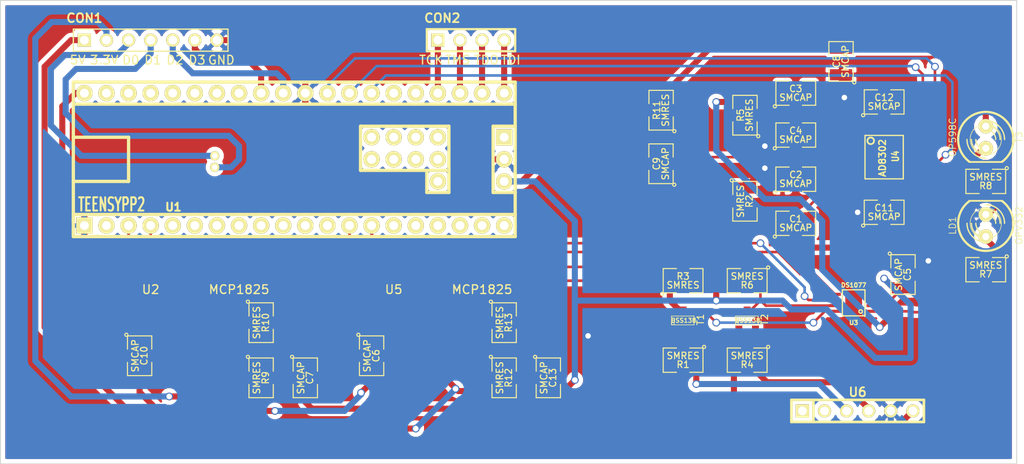
<source format=kicad_pcb>
(kicad_pcb (version 3) (host pcbnew "(2013-07-07 BZR 4022)-stable")
  (layers (15 F.Cu signal) (0 B.Cu signal) (18 B.Paste user) (19 F.Paste user) (20 B.SilkS user) (21 F.SilkS user) (22 B.Mask user) (23 F.Mask user) (28 Edge.Cuts user))
  (net 0 "")
  (net 1 /ad8302_inpa)
  (net 2 /ad8302_inpb)
  (net 3 /ad8302_mag)
  (net 4 /ad8302_ofsa)
  (net 5 /ad8302_ofsb)
  (net 6 /ad8302_phs)
  (net 7 /ad8302_vpos)
  (net 8 /ad8302_vref)
  (net 9 /encoder-interface-0)
  (net 10 /encoder-interface-1)
  (net 11 /encoder-interface-2)
  (net 12 /encoder-interface-3)
  (net 13 /jtag_tck)
  (net 14 /jtag_tdi)
  (net 15 /jtag_tdo)
  (net 16 /jtag_tms)
  (net 17 /laser_drive_sig)
  (net 18 /mod_sig_1)
  (net 19 /osc_ctrl0)
  (net 20 /osc_ctrl1)
  (net 21 /regulator_3.3V)
  (net 22 /regulator_5V)
  (net 23 /return_sig)
  (net 24 /teensy_5V)
  (net 25 /twi_scl_3.3V)
  (net 26 /twi_scl_5V)
  (net 27 /twi_sda_3.3V)
  (net 28 /twi_sda_5V)
  (net 29 GND)
  (net 30 N-0000010)
  (net 31 N-0000011)
  (net 32 N-0000012)
  (net 33 N-0000013)
  (net 34 N-000009)
  (module TEENSYPP2 (layer F.Cu) (at 198.882 114.808)
    (fp_text reference U1 (at -13.89888 5.4991) (layer F.SilkS) (effects (font (size 0.9144 0.9144) (thickness 0.2286))))
    (fp_text value TEENSYPP2 (at -21.00072 5.19938) (layer F.SilkS) (effects (font (size 1.524 0.9144) (thickness 0.2286))))
    (pad 52 thru_hole circle (at -24.13 -7.62) (size 1.8796 1.8796) (drill 1.016) (layers *.Cu *.Mask F.SilkS) (net 24 /teensy_5V))
    (pad 51 thru_hole circle (at -21.59 -7.62) (size 1.8796 1.8796) (drill 1.016) (layers *.Cu *.Mask F.SilkS))
    (pad 50 thru_hole circle (at -19.05 -7.62) (size 1.8796 1.8796) (drill 1.016) (layers *.Cu *.Mask F.SilkS))
    (pad 49 thru_hole circle (at -16.51 -7.62) (size 1.8796 1.8796) (drill 1.016) (layers *.Cu *.Mask F.SilkS))
    (pad 48 thru_hole circle (at -13.97 -7.62) (size 1.8796 1.8796) (drill 1.016) (layers *.Cu *.Mask F.SilkS))
    (pad 47 thru_hole circle (at -11.43 -7.62) (size 1.8796 1.8796) (drill 1.016) (layers *.Cu *.Mask F.SilkS))
    (pad 46 thru_hole circle (at -8.89 -7.62) (size 1.8796 1.8796) (drill 1.016) (layers *.Cu *.Mask F.SilkS))
    (pad 45 thru_hole circle (at -6.35 -7.62) (size 1.8796 1.8796) (drill 1.016) (layers *.Cu *.Mask F.SilkS))
    (pad 44 thru_hole circle (at -3.81 -7.62) (size 1.8796 1.8796) (drill 1.016) (layers *.Cu *.Mask F.SilkS) (net 12 /encoder-interface-3))
    (pad 43 thru_hole circle (at -1.27 -7.62) (size 1.8796 1.8796) (drill 1.016) (layers *.Cu *.Mask F.SilkS) (net 11 /encoder-interface-2))
    (pad 42 thru_hole circle (at 1.27 -7.62) (size 1.8796 1.8796) (drill 1.016) (layers *.Cu *.Mask F.SilkS) (net 29 GND))
    (pad 41 thru_hole circle (at 3.81 -7.62) (size 1.8796 1.8796) (drill 1.016) (layers *.Cu *.Mask F.SilkS) (net 8 /ad8302_vref))
    (pad 40 thru_hole circle (at 6.35 -7.62) (size 1.8796 1.8796) (drill 1.016) (layers *.Cu *.Mask F.SilkS) (net 3 /ad8302_mag))
    (pad 39 thru_hole circle (at 8.89 -7.62) (size 1.8796 1.8796) (drill 1.016) (layers *.Cu *.Mask F.SilkS) (net 6 /ad8302_phs))
    (pad 38 thru_hole circle (at 11.43 -7.62) (size 1.8796 1.8796) (drill 1.016) (layers *.Cu *.Mask F.SilkS))
    (pad 37 thru_hole circle (at 13.97 -7.62) (size 1.8796 1.8796) (drill 1.016) (layers *.Cu *.Mask F.SilkS))
    (pad 36 thru_hole circle (at 16.51 -7.62) (size 1.8796 1.8796) (drill 1.016) (layers *.Cu *.Mask F.SilkS) (net 13 /jtag_tck))
    (pad 35 thru_hole circle (at 19.05 -7.62) (size 1.8796 1.8796) (drill 1.016) (layers *.Cu *.Mask F.SilkS) (net 16 /jtag_tms))
    (pad 34 thru_hole circle (at 21.59 -7.62) (size 1.8796 1.8796) (drill 1.016) (layers *.Cu *.Mask F.SilkS) (net 15 /jtag_tdo))
    (pad 33 thru_hole circle (at 24.13 -7.62) (size 1.8796 1.8796) (drill 1.016) (layers *.Cu *.Mask F.SilkS) (net 14 /jtag_tdi))
    (pad 20 thru_hole circle (at 24.13 7.62) (size 1.8796 1.8796) (drill 1.016) (layers *.Cu *.Mask F.SilkS))
    (pad 19 thru_hole circle (at 21.59 7.62) (size 1.8796 1.8796) (drill 1.016) (layers *.Cu *.Mask F.SilkS))
    (pad 18 thru_hole circle (at 19.05 7.62) (size 1.8796 1.8796) (drill 1.016) (layers *.Cu *.Mask F.SilkS))
    (pad 17 thru_hole circle (at 16.51 7.62) (size 1.8796 1.8796) (drill 1.016) (layers *.Cu *.Mask F.SilkS))
    (pad 16 thru_hole circle (at 13.97 7.62) (size 1.8796 1.8796) (drill 1.016) (layers *.Cu *.Mask F.SilkS))
    (pad 15 thru_hole circle (at 11.43 7.62) (size 1.8796 1.8796) (drill 1.016) (layers *.Cu *.Mask F.SilkS))
    (pad 14 thru_hole circle (at 8.89 7.62) (size 1.8796 1.8796) (drill 1.016) (layers *.Cu *.Mask F.SilkS) (net 20 /osc_ctrl1))
    (pad 13 thru_hole circle (at 6.35 7.62) (size 1.8796 1.8796) (drill 1.016) (layers *.Cu *.Mask F.SilkS) (net 19 /osc_ctrl0))
    (pad 12 thru_hole circle (at 3.81 7.62) (size 1.8796 1.8796) (drill 1.016) (layers *.Cu *.Mask F.SilkS))
    (pad 11 thru_hole circle (at 1.27 7.62) (size 1.8796 1.8796) (drill 1.016) (layers *.Cu *.Mask F.SilkS))
    (pad 10 thru_hole circle (at -1.27 7.62) (size 1.8796 1.8796) (drill 1.016) (layers *.Cu *.Mask F.SilkS))
    (pad 9 thru_hole circle (at -3.81 7.62) (size 1.8796 1.8796) (drill 1.016) (layers *.Cu *.Mask F.SilkS))
    (pad 8 thru_hole circle (at -6.35 7.62) (size 1.8796 1.8796) (drill 1.016) (layers *.Cu *.Mask F.SilkS))
    (pad 7 thru_hole circle (at -8.89 7.62) (size 1.8796 1.8796) (drill 1.016) (layers *.Cu *.Mask F.SilkS))
    (pad 6 thru_hole circle (at -11.43 7.62) (size 1.8796 1.8796) (drill 1.016) (layers *.Cu *.Mask F.SilkS))
    (pad 5 thru_hole circle (at -13.97 7.62) (size 1.8796 1.8796) (drill 1.016) (layers *.Cu *.Mask F.SilkS))
    (pad 4 thru_hole circle (at -16.51 7.62) (size 1.8796 1.8796) (drill 1.016) (layers *.Cu *.Mask F.SilkS) (net 28 /twi_sda_5V))
    (pad 3 thru_hole circle (at -19.05 7.62) (size 1.8796 1.8796) (drill 1.016) (layers *.Cu *.Mask F.SilkS) (net 26 /twi_scl_5V))
    (pad 2 thru_hole circle (at -21.59 7.62) (size 1.8796 1.8796) (drill 1.016) (layers *.Cu *.Mask F.SilkS))
    (pad 1 thru_hole rect (at -24.13 7.62) (size 1.8796 1.8796) (drill 1.016) (layers *.Cu *.Mask F.SilkS) (net 29 GND))
    (pad 23 thru_hole rect (at 24.13 -2.54) (size 1.8796 1.8796) (drill 1.016) (layers *.Cu *.Mask F.SilkS))
    (pad 22 thru_hole circle (at 24.13 0) (size 1.8796 1.8796) (drill 1.016) (layers *.Cu *.Mask F.SilkS) (net 29 GND))
    (pad 21 thru_hole circle (at 24.13 2.54) (size 1.8796 1.8796) (drill 1.016) (layers *.Cu *.Mask F.SilkS) (net 22 /regulator_5V))
    (pad 32 thru_hole circle (at 16.51 -2.54) (size 1.8796 1.8796) (drill 1.016) (layers *.Cu *.Mask F.SilkS))
    (pad 29 thru_hole circle (at 13.97 -2.54) (size 1.8796 1.8796) (drill 1.016) (layers *.Cu *.Mask F.SilkS))
    (pad 27 thru_hole circle (at 11.43 -2.54) (size 1.8796 1.8796) (drill 1.016) (layers *.Cu *.Mask F.SilkS))
    (pad 25 thru_hole circle (at 8.89 -2.54) (size 1.8796 1.8796) (drill 1.016) (layers *.Cu *.Mask F.SilkS))
    (pad 24 thru_hole circle (at 8.89 0) (size 1.8796 1.8796) (drill 1.016) (layers *.Cu *.Mask F.SilkS))
    (pad 26 thru_hole circle (at 11.43 0) (size 1.8796 1.8796) (drill 1.016) (layers *.Cu *.Mask F.SilkS))
    (pad 28 thru_hole circle (at 13.97 0) (size 1.8796 1.8796) (drill 1.016) (layers *.Cu *.Mask F.SilkS))
    (pad 31 thru_hole circle (at 16.51 0) (size 1.8796 1.8796) (drill 1.016) (layers *.Cu *.Mask F.SilkS))
    (pad 54 thru_hole circle (at -9.144 0.9144) (size 1.0668 1.0668) (drill 0.635) (layers *.Cu *.Mask F.SilkS) (net 10 /encoder-interface-1))
    (pad 53 thru_hole circle (at -9.144 -0.4064) (size 1.0668 1.0668) (drill 0.635) (layers *.Cu *.Mask F.SilkS) (net 9 /encoder-interface-0))
    (pad 30 thru_hole circle (at 16.51 2.54) (size 1.8796 1.8796) (drill 1.016) (layers *.Cu *.Mask F.SilkS))
  )
  (module SOT23 (layer F.Cu) (at 250.952 133.35)
    (fp_text reference T2 (at 1.99898 -0.09906 90) (layer F.SilkS) (effects (font (size 0.762 0.762) (thickness 0.11938))))
    (fp_text value BSS138 (at 0.0635 0) (layer F.SilkS) (effects (font (size 0.50038 0.50038) (thickness 0.09906))))
    (pad 3 smd rect (at 0 -1.09982) (size 0.8001 1.00076) (layers F.Cu F.Paste F.Mask) (net 28 /twi_sda_5V))
    (pad 2 smd rect (at 0.9525 1.09982) (size 0.8001 1.00076) (layers F.Cu F.Paste F.Mask) (net 27 /twi_sda_3.3V))
    (pad 1 smd rect (at -0.9525 1.09982) (size 0.8001 1.00076) (layers F.Cu F.Paste F.Mask) (net 21 /regulator_3.3V))
  )
  (module SOT23 (layer F.Cu) (at 243.586 133.35)
    (fp_text reference T1 (at 1.99898 -0.09906 90) (layer F.SilkS) (effects (font (size 0.762 0.762) (thickness 0.11938))))
    (fp_text value BSS138 (at 0.0635 0) (layer F.SilkS) (effects (font (size 0.50038 0.50038) (thickness 0.09906))))
    (pad 3 smd rect (at 0 -1.09982) (size 0.8001 1.00076) (layers F.Cu F.Paste F.Mask) (net 26 /twi_scl_5V))
    (pad 2 smd rect (at 0.9525 1.09982) (size 0.8001 1.00076) (layers F.Cu F.Paste F.Mask) (net 25 /twi_scl_3.3V))
    (pad 1 smd rect (at -0.9525 1.09982) (size 0.8001 1.00076) (layers F.Cu F.Paste F.Mask) (net 21 /regulator_3.3V))
  )
  (module SOT-223-5pin (layer F.Cu) (at 187.452 138.684)
    (fp_text reference U2 (at -5.08 -8.89) (layer F.SilkS))
    (fp_text value MCP1825 (at 5.08 -8.89) (layer F.SilkS))
    (pad 5 smd rect (at 2.54 0) (size 0.65 2) (layers F.Cu F.Paste F.Mask) (net 33 N-0000013))
    (pad 4 smd rect (at 1.27 0) (size 0.65 2) (layers F.Cu F.Paste F.Mask) (net 21 /regulator_3.3V))
    (pad 3 smd rect (at 0 0) (size 0.65 2) (layers F.Cu F.Paste F.Mask) (net 29 GND))
    (pad 2 smd rect (at -1.27 0) (size 0.65 2) (layers F.Cu F.Paste F.Mask) (net 24 /teensy_5V))
    (pad 1 smd rect (at -2.54 0) (size 0.65 2) (layers F.Cu F.Paste F.Mask) (net 24 /teensy_5V))
    (pad 6 smd rect (at 0 -6) (size 3.2 2) (layers F.Cu F.Paste F.Mask) (net 29 GND))
  )
  (module SOT-223-5pin (layer F.Cu) (at 215.392 138.684)
    (fp_text reference U5 (at -5.08 -8.89) (layer F.SilkS))
    (fp_text value MCP1825 (at 5.08 -8.89) (layer F.SilkS))
    (pad 5 smd rect (at 2.54 0) (size 0.65 2) (layers F.Cu F.Paste F.Mask) (net 32 N-0000012))
    (pad 4 smd rect (at 1.27 0) (size 0.65 2) (layers F.Cu F.Paste F.Mask) (net 22 /regulator_5V))
    (pad 3 smd rect (at 0 0) (size 0.65 2) (layers F.Cu F.Paste F.Mask) (net 29 GND))
    (pad 2 smd rect (at -1.27 0) (size 0.65 2) (layers F.Cu F.Paste F.Mask) (net 24 /teensy_5V))
    (pad 1 smd rect (at -2.54 0) (size 0.65 2) (layers F.Cu F.Paste F.Mask) (net 24 /teensy_5V))
    (pad 6 smd rect (at 0 -6) (size 3.2 2) (layers F.Cu F.Paste F.Mask) (net 29 GND))
  )
  (module SM1210 (layer F.Cu) (at 181.102 137.414 270)
    (fp_text reference C10 (at 0 -0.508 270) (layer F.SilkS) (effects (font (size 0.762 0.762) (thickness 0.127))))
    (fp_text value SMCAP (at 0 0.508 270) (layer F.SilkS) (effects (font (size 0.762 0.762) (thickness 0.127))))
    (pad 1 smd rect (at -1.524 0 270) (size 1.27 2.54) (layers F.Cu F.Paste F.Mask) (net 29 GND))
    (pad 2 smd rect (at 1.524 0 270) (size 1.27 2.54) (layers F.Cu F.Paste F.Mask) (net 24 /teensy_5V))
  )
  (module SM1210 (layer F.Cu) (at 278.384 127.508 180)
    (fp_text reference R7 (at 0 -0.508 180) (layer F.SilkS) (effects (font (size 0.762 0.762) (thickness 0.127))))
    (fp_text value SMRES (at 0 0.508 180) (layer F.SilkS) (effects (font (size 0.762 0.762) (thickness 0.127))))
    (pad 1 smd rect (at -1.524 0 180) (size 1.27 2.54) (layers F.Cu F.Paste F.Mask) (net 34 N-000009))
    (pad 2 smd rect (at 1.524 0 180) (size 1.27 2.54) (layers F.Cu F.Paste F.Mask) (net 17 /laser_drive_sig))
  )
  (module SM1210 (layer F.Cu) (at 250.952 137.922 180)
    (fp_text reference R4 (at 0 -0.508 180) (layer F.SilkS) (effects (font (size 0.762 0.762) (thickness 0.127))))
    (fp_text value SMRES (at 0 0.508 180) (layer F.SilkS) (effects (font (size 0.762 0.762) (thickness 0.127))))
    (pad 1 smd rect (at -1.524 0 180) (size 1.27 2.54) (layers F.Cu F.Paste F.Mask) (net 27 /twi_sda_3.3V))
    (pad 2 smd rect (at 1.524 0 180) (size 1.27 2.54) (layers F.Cu F.Paste F.Mask) (net 21 /regulator_3.3V))
  )
  (module SM1210 (layer F.Cu) (at 250.952 128.778 180)
    (fp_text reference R6 (at 0 -0.508 180) (layer F.SilkS) (effects (font (size 0.762 0.762) (thickness 0.127))))
    (fp_text value SMRES (at 0 0.508 180) (layer F.SilkS) (effects (font (size 0.762 0.762) (thickness 0.127))))
    (pad 1 smd rect (at -1.524 0 180) (size 1.27 2.54) (layers F.Cu F.Paste F.Mask) (net 28 /twi_sda_5V))
    (pad 2 smd rect (at 1.524 0 180) (size 1.27 2.54) (layers F.Cu F.Paste F.Mask) (net 22 /regulator_5V))
  )
  (module SM1210 (layer F.Cu) (at 243.586 137.922 180)
    (fp_text reference R1 (at 0 -0.508 180) (layer F.SilkS) (effects (font (size 0.762 0.762) (thickness 0.127))))
    (fp_text value SMRES (at 0 0.508 180) (layer F.SilkS) (effects (font (size 0.762 0.762) (thickness 0.127))))
    (pad 1 smd rect (at -1.524 0 180) (size 1.27 2.54) (layers F.Cu F.Paste F.Mask) (net 25 /twi_scl_3.3V))
    (pad 2 smd rect (at 1.524 0 180) (size 1.27 2.54) (layers F.Cu F.Paste F.Mask) (net 21 /regulator_3.3V))
  )
  (module SM1210 (layer F.Cu) (at 243.586 128.778)
    (fp_text reference R3 (at 0 -0.508) (layer F.SilkS) (effects (font (size 0.762 0.762) (thickness 0.127))))
    (fp_text value SMRES (at 0 0.508) (layer F.SilkS) (effects (font (size 0.762 0.762) (thickness 0.127))))
    (pad 1 smd rect (at -1.524 0) (size 1.27 2.54) (layers F.Cu F.Paste F.Mask) (net 26 /twi_scl_5V))
    (pad 2 smd rect (at 1.524 0) (size 1.27 2.54) (layers F.Cu F.Paste F.Mask) (net 22 /regulator_5V))
  )
  (module SM1210 (layer F.Cu) (at 250.698 109.728 90)
    (fp_text reference R5 (at 0 -0.508 90) (layer F.SilkS) (effects (font (size 0.762 0.762) (thickness 0.127))))
    (fp_text value SMRES (at 0 0.508 90) (layer F.SilkS) (effects (font (size 0.762 0.762) (thickness 0.127))))
    (pad 1 smd rect (at -1.524 0 90) (size 1.27 2.54) (layers F.Cu F.Paste F.Mask) (net 29 GND))
    (pad 2 smd rect (at 1.524 0 90) (size 1.27 2.54) (layers F.Cu F.Paste F.Mask) (net 18 /mod_sig_1))
  )
  (module SM1210 (layer F.Cu) (at 207.772 137.414 270)
    (fp_text reference C6 (at 0 -0.508 270) (layer F.SilkS) (effects (font (size 0.762 0.762) (thickness 0.127))))
    (fp_text value SMCAP (at 0 0.508 270) (layer F.SilkS) (effects (font (size 0.762 0.762) (thickness 0.127))))
    (pad 1 smd rect (at -1.524 0 270) (size 1.27 2.54) (layers F.Cu F.Paste F.Mask) (net 29 GND))
    (pad 2 smd rect (at 1.524 0 270) (size 1.27 2.54) (layers F.Cu F.Paste F.Mask) (net 24 /teensy_5V))
  )
  (module SM1210 (layer F.Cu) (at 200.152 139.954 270)
    (fp_text reference C7 (at 0 -0.508 270) (layer F.SilkS) (effects (font (size 0.762 0.762) (thickness 0.127))))
    (fp_text value SMCAP (at 0 0.508 270) (layer F.SilkS) (effects (font (size 0.762 0.762) (thickness 0.127))))
    (pad 1 smd rect (at -1.524 0 270) (size 1.27 2.54) (layers F.Cu F.Paste F.Mask) (net 29 GND))
    (pad 2 smd rect (at 1.524 0 270) (size 1.27 2.54) (layers F.Cu F.Paste F.Mask) (net 21 /regulator_3.3V))
  )
  (module SM1210 (layer F.Cu) (at 195.072 133.604 270)
    (fp_text reference R10 (at 0 -0.508 270) (layer F.SilkS) (effects (font (size 0.762 0.762) (thickness 0.127))))
    (fp_text value SMRES (at 0 0.508 270) (layer F.SilkS) (effects (font (size 0.762 0.762) (thickness 0.127))))
    (pad 1 smd rect (at -1.524 0 270) (size 1.27 2.54) (layers F.Cu F.Paste F.Mask) (net 29 GND))
    (pad 2 smd rect (at 1.524 0 270) (size 1.27 2.54) (layers F.Cu F.Paste F.Mask) (net 33 N-0000013))
  )
  (module SM1210 (layer F.Cu) (at 195.072 139.954 270)
    (fp_text reference R9 (at 0 -0.508 270) (layer F.SilkS) (effects (font (size 0.762 0.762) (thickness 0.127))))
    (fp_text value SMRES (at 0 0.508 270) (layer F.SilkS) (effects (font (size 0.762 0.762) (thickness 0.127))))
    (pad 1 smd rect (at -1.524 0 270) (size 1.27 2.54) (layers F.Cu F.Paste F.Mask) (net 33 N-0000013))
    (pad 2 smd rect (at 1.524 0 270) (size 1.27 2.54) (layers F.Cu F.Paste F.Mask) (net 21 /regulator_3.3V))
  )
  (module SM1210 (layer F.Cu) (at 266.7 108.204)
    (fp_text reference C12 (at 0 -0.508) (layer F.SilkS) (effects (font (size 0.762 0.762) (thickness 0.127))))
    (fp_text value SMCAP (at 0 0.508) (layer F.SilkS) (effects (font (size 0.762 0.762) (thickness 0.127))))
    (pad 1 smd rect (at -1.524 0) (size 1.27 2.54) (layers F.Cu F.Paste F.Mask) (net 29 GND))
    (pad 2 smd rect (at 1.524 0) (size 1.27 2.54) (layers F.Cu F.Paste F.Mask) (net 30 N-0000010))
  )
  (module SM1210 (layer F.Cu) (at 228.092 139.954 270)
    (fp_text reference C13 (at 0 -0.508 270) (layer F.SilkS) (effects (font (size 0.762 0.762) (thickness 0.127))))
    (fp_text value SMCAP (at 0 0.508 270) (layer F.SilkS) (effects (font (size 0.762 0.762) (thickness 0.127))))
    (pad 1 smd rect (at -1.524 0 270) (size 1.27 2.54) (layers F.Cu F.Paste F.Mask) (net 29 GND))
    (pad 2 smd rect (at 1.524 0 270) (size 1.27 2.54) (layers F.Cu F.Paste F.Mask) (net 22 /regulator_5V))
  )
  (module SM1210 (layer F.Cu) (at 223.012 133.604 270)
    (fp_text reference R13 (at 0 -0.508 270) (layer F.SilkS) (effects (font (size 0.762 0.762) (thickness 0.127))))
    (fp_text value SMRES (at 0 0.508 270) (layer F.SilkS) (effects (font (size 0.762 0.762) (thickness 0.127))))
    (pad 1 smd rect (at -1.524 0 270) (size 1.27 2.54) (layers F.Cu F.Paste F.Mask) (net 29 GND))
    (pad 2 smd rect (at 1.524 0 270) (size 1.27 2.54) (layers F.Cu F.Paste F.Mask) (net 32 N-0000012))
  )
  (module SM1210 (layer F.Cu) (at 256.54 112.014)
    (fp_text reference C4 (at 0 -0.508) (layer F.SilkS) (effects (font (size 0.762 0.762) (thickness 0.127))))
    (fp_text value SMCAP (at 0 0.508) (layer F.SilkS) (effects (font (size 0.762 0.762) (thickness 0.127))))
    (pad 1 smd rect (at -1.524 0) (size 1.27 2.54) (layers F.Cu F.Paste F.Mask) (net 29 GND))
    (pad 2 smd rect (at 1.524 0) (size 1.27 2.54) (layers F.Cu F.Paste F.Mask) (net 4 /ad8302_ofsa))
  )
  (module SM1210 (layer F.Cu) (at 241.046 115.316 90)
    (fp_text reference C9 (at 0 -0.508 90) (layer F.SilkS) (effects (font (size 0.762 0.762) (thickness 0.127))))
    (fp_text value SMCAP (at 0 0.508 90) (layer F.SilkS) (effects (font (size 0.762 0.762) (thickness 0.127))))
    (pad 1 smd rect (at -1.524 0 90) (size 1.27 2.54) (layers F.Cu F.Paste F.Mask) (net 29 GND))
    (pad 2 smd rect (at 1.524 0 90) (size 1.27 2.54) (layers F.Cu F.Paste F.Mask) (net 7 /ad8302_vpos))
  )
  (module SM1210 (layer F.Cu) (at 261.74192 103.54564 90)
    (fp_text reference C8 (at 0 -0.508 90) (layer F.SilkS) (effects (font (size 0.762 0.762) (thickness 0.127))))
    (fp_text value SMCAP (at 0 0.508 90) (layer F.SilkS) (effects (font (size 0.762 0.762) (thickness 0.127))))
    (pad 1 smd rect (at -1.524 0 90) (size 1.27 2.54) (layers F.Cu F.Paste F.Mask) (net 29 GND))
    (pad 2 smd rect (at 1.524 0 90) (size 1.27 2.54) (layers F.Cu F.Paste F.Mask) (net 22 /regulator_5V))
  )
  (module SM1210 (layer F.Cu) (at 241.0587 109.1565 90)
    (fp_text reference R11 (at 0 -0.508 90) (layer F.SilkS) (effects (font (size 0.762 0.762) (thickness 0.127))))
    (fp_text value SMRES (at 0 0.508 90) (layer F.SilkS) (effects (font (size 0.762 0.762) (thickness 0.127))))
    (pad 1 smd rect (at -1.524 0 90) (size 1.27 2.54) (layers F.Cu F.Paste F.Mask) (net 7 /ad8302_vpos))
    (pad 2 smd rect (at 1.524 0 90) (size 1.27 2.54) (layers F.Cu F.Paste F.Mask) (net 22 /regulator_5V))
  )
  (module SM1210 (layer F.Cu) (at 256.54 107.188)
    (fp_text reference C3 (at 0 -0.508) (layer F.SilkS) (effects (font (size 0.762 0.762) (thickness 0.127))))
    (fp_text value SMCAP (at 0 0.508) (layer F.SilkS) (effects (font (size 0.762 0.762) (thickness 0.127))))
    (pad 1 smd rect (at -1.524 0) (size 1.27 2.54) (layers F.Cu F.Paste F.Mask) (net 18 /mod_sig_1))
    (pad 2 smd rect (at 1.524 0) (size 1.27 2.54) (layers F.Cu F.Paste F.Mask) (net 1 /ad8302_inpa))
  )
  (module SM1210 (layer F.Cu) (at 223.012 139.954 270)
    (fp_text reference R12 (at 0 -0.508 270) (layer F.SilkS) (effects (font (size 0.762 0.762) (thickness 0.127))))
    (fp_text value SMRES (at 0 0.508 270) (layer F.SilkS) (effects (font (size 0.762 0.762) (thickness 0.127))))
    (pad 1 smd rect (at -1.524 0 270) (size 1.27 2.54) (layers F.Cu F.Paste F.Mask) (net 32 N-0000012))
    (pad 2 smd rect (at 1.524 0 270) (size 1.27 2.54) (layers F.Cu F.Paste F.Mask) (net 22 /regulator_5V))
  )
  (module SM1210 (layer F.Cu) (at 250.698 119.634 270)
    (fp_text reference R2 (at 0 -0.508 270) (layer F.SilkS) (effects (font (size 0.762 0.762) (thickness 0.127))))
    (fp_text value SMRES (at 0 0.508 270) (layer F.SilkS) (effects (font (size 0.762 0.762) (thickness 0.127))))
    (pad 1 smd rect (at -1.524 0 270) (size 1.27 2.54) (layers F.Cu F.Paste F.Mask) (net 29 GND))
    (pad 2 smd rect (at 1.524 0 270) (size 1.27 2.54) (layers F.Cu F.Paste F.Mask) (net 23 /return_sig))
  )
  (module SM1210 (layer F.Cu) (at 256.54 122.174)
    (fp_text reference C1 (at 0 -0.508) (layer F.SilkS) (effects (font (size 0.762 0.762) (thickness 0.127))))
    (fp_text value SMCAP (at 0 0.508) (layer F.SilkS) (effects (font (size 0.762 0.762) (thickness 0.127))))
    (pad 1 smd rect (at -1.524 0) (size 1.27 2.54) (layers F.Cu F.Paste F.Mask) (net 23 /return_sig))
    (pad 2 smd rect (at 1.524 0) (size 1.27 2.54) (layers F.Cu F.Paste F.Mask) (net 2 /ad8302_inpb))
  )
  (module SM1210 (layer F.Cu) (at 256.54 117.094)
    (fp_text reference C2 (at 0 -0.508) (layer F.SilkS) (effects (font (size 0.762 0.762) (thickness 0.127))))
    (fp_text value SMCAP (at 0 0.508) (layer F.SilkS) (effects (font (size 0.762 0.762) (thickness 0.127))))
    (pad 1 smd rect (at -1.524 0) (size 1.27 2.54) (layers F.Cu F.Paste F.Mask) (net 29 GND))
    (pad 2 smd rect (at 1.524 0) (size 1.27 2.54) (layers F.Cu F.Paste F.Mask) (net 5 /ad8302_ofsb))
  )
  (module SM1210 (layer F.Cu) (at 278.384 117.348 180)
    (fp_text reference R8 (at 0 -0.508 180) (layer F.SilkS) (effects (font (size 0.762 0.762) (thickness 0.127))))
    (fp_text value SMRES (at 0 0.508 180) (layer F.SilkS) (effects (font (size 0.762 0.762) (thickness 0.127))))
    (pad 1 smd rect (at -1.524 0 180) (size 1.27 2.54) (layers F.Cu F.Paste F.Mask) (net 29 GND))
    (pad 2 smd rect (at 1.524 0 180) (size 1.27 2.54) (layers F.Cu F.Paste F.Mask) (net 23 /return_sig))
  )
  (module SM1210 (layer F.Cu) (at 268.86916 128.06934 270)
    (fp_text reference C5 (at 0 -0.508 270) (layer F.SilkS) (effects (font (size 0.762 0.762) (thickness 0.127))))
    (fp_text value SMCAP (at 0 0.508 270) (layer F.SilkS) (effects (font (size 0.762 0.762) (thickness 0.127))))
    (pad 1 smd rect (at -1.524 0 270) (size 1.27 2.54) (layers F.Cu F.Paste F.Mask) (net 29 GND))
    (pad 2 smd rect (at 1.524 0 270) (size 1.27 2.54) (layers F.Cu F.Paste F.Mask) (net 22 /regulator_5V))
  )
  (module SM1210 (layer F.Cu) (at 266.7 120.904)
    (fp_text reference C11 (at 0 -0.508) (layer F.SilkS) (effects (font (size 0.762 0.762) (thickness 0.127))))
    (fp_text value SMCAP (at 0 0.508) (layer F.SilkS) (effects (font (size 0.762 0.762) (thickness 0.127))))
    (pad 1 smd rect (at -1.524 0) (size 1.27 2.54) (layers F.Cu F.Paste F.Mask) (net 29 GND))
    (pad 2 smd rect (at 1.524 0) (size 1.27 2.54) (layers F.Cu F.Paste F.Mask) (net 31 N-0000011))
  )
  (module PIN_ARRAY-6X1 (layer F.Cu) (at 263.652 143.764)
    (fp_text reference U6 (at 0 -2.159) (layer F.SilkS) (effects (font (size 1.016 1.016) (thickness 0.2032))))
    (fp_text value 6DOF hide)
    (pad 1 thru_hole rect (at -6.35 0) (size 1.524 1.524) (drill 1.016) (layers *.Cu *.Mask F.SilkS))
    (pad 2 thru_hole circle (at -3.81 0) (size 1.524 1.524) (drill 1.016) (layers *.Cu *.Mask F.SilkS))
    (pad 3 thru_hole circle (at -1.27 0) (size 1.524 1.524) (drill 1.016) (layers *.Cu *.Mask F.SilkS) (net 25 /twi_scl_3.3V))
    (pad 4 thru_hole circle (at 1.27 0) (size 1.524 1.524) (drill 1.016) (layers *.Cu *.Mask F.SilkS) (net 27 /twi_sda_3.3V))
    (pad 5 thru_hole circle (at 3.81 0) (size 1.524 1.524) (drill 1.016) (layers *.Cu *.Mask F.SilkS) (net 29 GND))
    (pad 6 thru_hole circle (at 6.35 0) (size 1.524 1.524) (drill 1.016) (layers *.Cu *.Mask F.SilkS) (net 21 /regulator_3.3V))
  )
  (module LED-5MM (layer F.Cu) (at 278.384 112.268 270)
    (fp_text reference T3 (at 0 -3.81 270) (layer F.SilkS) (effects (font (size 0.762 0.762) (thickness 0.0889))))
    (fp_text value OP598C (at 0 3.81 270) (layer F.SilkS) (effects (font (size 0.762 0.762) (thickness 0.0889))))
    (pad 1 thru_hole circle (at -1.27 0 270) (size 1.6764 1.6764) (drill 0.8128) (layers *.Cu *.Mask F.SilkS) (net 22 /regulator_5V))
    (pad 2 thru_hole circle (at 1.27 0 270) (size 1.6764 1.6764) (drill 0.8128) (layers *.Cu *.Mask F.SilkS) (net 23 /return_sig))
  )
  (module LED-5MM (layer F.Cu) (at 278.384 122.428 90)
    (fp_text reference LD1 (at 0 -3.81 90) (layer F.SilkS) (effects (font (size 0.762 0.762) (thickness 0.0889))))
    (fp_text value OPV332 (at 0 3.81 90) (layer F.SilkS) (effects (font (size 0.762 0.762) (thickness 0.0889))))
    (pad 1 thru_hole circle (at -1.27 0 90) (size 1.6764 1.6764) (drill 0.8128) (layers *.Cu *.Mask F.SilkS) (net 34 N-000009))
    (pad 2 thru_hole circle (at 1.27 0 90) (size 1.6764 1.6764) (drill 0.8128) (layers *.Cu *.Mask F.SilkS) (net 29 GND))
  )
  (module JTAG-10mil-hdr (layer F.Cu) (at 219.202 101.092)
    (fp_text reference CON2 (at -3.302 -2.54) (layer F.SilkS) (effects (font (size 1.016 1.016) (thickness 0.2032))))
    (fp_text value JTAG-10MIL-HDR hide)
    (fp_text user TDO (at 1.778 2.286) (layer F.SilkS))
    (fp_text user TDI (at 4.572 2.286) (layer F.SilkS))
    (fp_text user TMS (at -1.524 2.286) (layer F.SilkS))
    (fp_text user TCK (at -4.572 2.286) (layer F.SilkS))
    (pad 1 thru_hole rect (at -3.81 0) (size 1.524 1.524) (drill 1.016) (layers *.Cu *.Mask F.SilkS) (net 13 /jtag_tck))
    (pad 2 thru_hole circle (at -1.27 0) (size 1.524 1.524) (drill 1.016) (layers *.Cu *.Mask F.SilkS) (net 16 /jtag_tms))
    (pad 3 thru_hole circle (at 1.27 0) (size 1.524 1.524) (drill 1.016) (layers *.Cu *.Mask F.SilkS) (net 15 /jtag_tdo))
    (pad 4 thru_hole circle (at 3.81 0) (size 1.524 1.524) (drill 1.016) (layers *.Cu *.Mask F.SilkS) (net 14 /jtag_tdi))
  )
  (module encoder-10mil-header (layer F.Cu) (at 178.562 101.092)
    (fp_text reference CON1 (at -3.81 -2.54) (layer F.SilkS) (effects (font (size 1.016 1.016) (thickness 0.2032))))
    (fp_text value ENCODER-10MIL-HEADER hide)
    (fp_text user GND (at 11.938 2.286) (layer F.SilkS))
    (fp_text user D3 (at 9.144 2.286) (layer F.SilkS))
    (fp_text user D2 (at 6.604 2.286) (layer F.SilkS))
    (fp_text user D1 (at 4.064 2.286) (layer F.SilkS))
    (fp_text user D0 (at 1.524 2.286) (layer F.SilkS))
    (fp_text user 3.3V (at -1.524 2.286) (layer F.SilkS))
    (fp_text user 5V (at -4.572 2.286) (layer F.SilkS))
    (pad 1 thru_hole rect (at -3.81 0) (size 1.524 1.524) (drill 1.016) (layers *.Cu *.Mask F.SilkS) (net 22 /regulator_5V))
    (pad 2 thru_hole circle (at -1.27 0) (size 1.524 1.524) (drill 1.016) (layers *.Cu *.Mask F.SilkS) (net 21 /regulator_3.3V))
    (pad 3 thru_hole circle (at 1.27 0) (size 1.524 1.524) (drill 1.016) (layers *.Cu *.Mask F.SilkS) (net 9 /encoder-interface-0))
    (pad 4 thru_hole circle (at 3.81 0) (size 1.524 1.524) (drill 1.016) (layers *.Cu *.Mask F.SilkS) (net 10 /encoder-interface-1))
    (pad 5 thru_hole circle (at 6.35 0) (size 1.524 1.524) (drill 1.016) (layers *.Cu *.Mask F.SilkS) (net 11 /encoder-interface-2))
    (pad 6 thru_hole circle (at 8.89 0) (size 1.524 1.524) (drill 1.016) (layers *.Cu *.Mask F.SilkS) (net 12 /encoder-interface-3))
    (pad 7 thru_hole circle (at 11.43 0) (size 1.524 1.524) (drill 1.016) (layers *.Cu *.Mask F.SilkS) (net 29 GND))
  )
  (module AD8302 (layer F.Cu) (at 266.7 114.554 270)
    (fp_text reference U4 (at -0.1 -1.3 270) (layer F.SilkS) (effects (font (size 0.762 0.635) (thickness 0.15875))))
    (fp_text value AD8302 (at 0.1 0.2 270) (layer F.SilkS) (effects (font (size 0.762 0.762) (thickness 0.16002))))
    (pad 3 smd rect (at -0.65 3.1 270) (size 0.32 1.05) (layers F.Cu F.Paste F.Mask) (net 4 /ad8302_ofsa))
    (pad 4 smd rect (at 0 3.1 270) (size 0.32 1.05) (layers F.Cu F.Paste F.Mask) (net 7 /ad8302_vpos))
    (pad 2 smd rect (at -1.3 3.1 270) (size 0.32 1.05) (layers F.Cu F.Paste F.Mask) (net 1 /ad8302_inpa))
    (pad 1 smd rect (at -1.95 3.1 270) (size 0.32 1.05) (layers F.Cu F.Paste F.Mask) (net 29 GND))
    (pad 5 smd rect (at 0.65 3.1 270) (size 0.32 1.05) (layers F.Cu F.Paste F.Mask) (net 5 /ad8302_ofsb))
    (pad 6 smd rect (at 1.3 3.1 270) (size 0.32 1.05) (layers F.Cu F.Paste F.Mask) (net 2 /ad8302_inpb))
    (pad 7 smd rect (at 1.95 3.1 270) (size 0.32 1.05) (layers F.Cu F.Paste F.Mask) (net 29 GND))
    (pad 8 smd rect (at 1.95 -3.1 270) (size 0.32 1.05) (layers F.Cu F.Paste F.Mask) (net 31 N-0000011))
    (pad 9 smd rect (at 1.3 -3.1 270) (size 0.32 1.05) (layers F.Cu F.Paste F.Mask) (net 6 /ad8302_phs))
    (pad 10 smd rect (at 0.65 -3.1 270) (size 0.32 1.05) (layers F.Cu F.Paste F.Mask) (net 6 /ad8302_phs))
    (pad 11 smd rect (at 0 -3.1 270) (size 0.32 1.05) (layers F.Cu F.Paste F.Mask) (net 8 /ad8302_vref))
    (pad 12 smd rect (at -0.65 -3.1 270) (size 0.32 1.05) (layers F.Cu F.Paste F.Mask) (net 3 /ad8302_mag))
    (pad 13 smd rect (at -1.3 -3.1 270) (size 0.32 1.05) (layers F.Cu F.Paste F.Mask) (net 3 /ad8302_mag))
    (pad 14 smd rect (at -1.95 -3.1 270) (size 0.32 1.05) (layers F.Cu F.Paste F.Mask) (net 30 N-0000010))
  )
  (module SO8N_good (layer F.Cu) (at 263.19734 131.32308 90)
    (fp_text reference U3 (at -2.286 0 180) (layer F.SilkS) (effects (font (size 0.5 0.5) (thickness 0.125))))
    (fp_text value DS1077 (at 2.032 0 180) (layer F.SilkS) (effects (font (size 0.5 0.5) (thickness 0.125))))
    (pad 8 smd rect (at -0.975 -2.15 90) (size 0.3556 1.35) (layers F.Cu F.Paste F.Mask) (net 26 /twi_scl_5V))
    (pad 7 smd rect (at -0.325 -2.15 90) (size 0.3556 1.35) (layers F.Cu F.Paste F.Mask) (net 28 /twi_sda_5V))
    (pad 6 smd rect (at 0.325 -2.15 90) (size 0.3556 1.35) (layers F.Cu F.Paste F.Mask) (net 20 /osc_ctrl1))
    (pad 5 smd rect (at 0.975 -2.15 90) (size 0.3556 1.35) (layers F.Cu F.Paste F.Mask) (net 19 /osc_ctrl0))
    (pad 4 smd rect (at 0.975 2.15 90) (size 0.3556 1.35) (layers F.Cu F.Paste F.Mask) (net 29 GND))
    (pad 3 smd rect (at 0.325 2.15 90) (size 0.3556 1.35) (layers F.Cu F.Paste F.Mask) (net 22 /regulator_5V))
    (pad 2 smd rect (at -0.325 2.15 90) (size 0.3556 1.35) (layers F.Cu F.Paste F.Mask))
    (pad 1 smd rect (at -0.975 2.15 90) (size 0.3556 1.35) (layers F.Cu F.Paste F.Mask) (net 18 /mod_sig_1))
  )
  (gr_line (start 165.1 149.86) (end 165.1 96.52) (angle 90) (layer Edge.Cuts) (width 0.1))
  (gr_line (start 281.94 149.86) (end 165.1 149.86) (angle 90) (layer Edge.Cuts) (width 0.1))
  (gr_line (start 281.94 96.52) (end 281.94 149.86) (angle 90) (layer Edge.Cuts) (width 0.1))
  (gr_line (start 165.1 96.52) (end 281.94 96.52) (angle 90) (layer Edge.Cuts) (width 0.1))
  (segment (start 263.6 113.254) (end 262.412 113.254) (width 0.3) (layer F.Cu) (net 1))
  (segment (start 258.064 108.906) (end 258.064 107.188) (width 0.3) (layer F.Cu) (net 1))
  (segment (start 262.412 113.254) (end 258.064 108.906) (width 0.3) (layer F.Cu) (net 1))
  (segment (start 263.6 115.854) (end 262.412 115.854) (width 0.3) (layer F.Cu) (net 2))
  (segment (start 258.064 120.202) (end 258.064 122.174) (width 0.3) (layer F.Cu) (net 2))
  (segment (start 262.412 115.854) (end 258.064 120.202) (width 0.3) (layer F.Cu) (net 2))
  (segment (start 205.232 107.188) (end 208.3435 104.0765) (width 0.3) (layer B.Cu) (net 3))
  (segment (start 270.667 113.254) (end 269.8 113.254) (width 0.3) (layer F.Cu) (net 3))
  (segment (start 271.145 112.776) (end 270.667 113.254) (width 0.3) (layer F.Cu) (net 3))
  (segment (start 271.145 105.029) (end 271.145 112.776) (width 0.3) (layer F.Cu) (net 3))
  (segment (start 270.3195 104.2035) (end 271.145 105.029) (width 0.3) (layer F.Cu) (net 3))
  (via (at 270.3195 104.2035) (size 0.889) (layers F.Cu B.Cu) (net 3))
  (segment (start 270.1925 104.0765) (end 270.3195 104.2035) (width 0.3) (layer B.Cu) (net 3))
  (segment (start 208.3435 104.0765) (end 270.1925 104.0765) (width 0.3) (layer B.Cu) (net 3))
  (segment (start 269.8 113.254) (end 269.8 113.904) (width 0.3) (layer F.Cu) (net 3))
  (segment (start 263.6 113.904) (end 259.954 113.904) (width 0.3) (layer F.Cu) (net 4))
  (segment (start 259.954 113.904) (end 258.064 112.014) (width 0.3) (layer F.Cu) (net 4))
  (segment (start 263.6 115.204) (end 259.954 115.204) (width 0.3) (layer F.Cu) (net 5))
  (segment (start 259.954 115.204) (end 258.064 117.094) (width 0.3) (layer F.Cu) (net 5))
  (segment (start 273.7358 105.156) (end 273.7612 105.156) (width 0.3) (layer B.Cu) (net 6))
  (segment (start 272.1818 115.854) (end 269.8 115.854) (width 0.3) (layer F.Cu) (net 6))
  (segment (start 273.7612 114.2746) (end 272.1818 115.854) (width 0.3) (layer F.Cu) (net 6))
  (via (at 273.7612 114.2746) (size 0.889) (layers F.Cu B.Cu) (net 6))
  (segment (start 274.5486 113.4872) (end 273.7612 114.2746) (width 0.3) (layer B.Cu) (net 6))
  (segment (start 274.5486 105.9434) (end 274.5486 113.4872) (width 0.3) (layer B.Cu) (net 6))
  (segment (start 273.7612 105.156) (end 274.5486 105.9434) (width 0.3) (layer B.Cu) (net 6))
  (segment (start 207.772 107.188) (end 207.772 106.807) (width 0.3) (layer B.Cu) (net 6))
  (segment (start 209.423 105.156) (end 273.7358 105.156) (width 0.3) (layer B.Cu) (net 6))
  (segment (start 273.7358 105.156) (end 273.7485 105.156) (width 0.3) (layer B.Cu) (net 6))
  (segment (start 207.772 106.807) (end 209.423 105.156) (width 0.3) (layer B.Cu) (net 6))
  (segment (start 269.8 115.204) (end 269.8 115.854) (width 0.3) (layer F.Cu) (net 6))
  (segment (start 241.046 113.792) (end 241.046 110.6932) (width 0.7) (layer F.Cu) (net 7))
  (segment (start 241.046 110.6932) (end 241.0587 110.6805) (width 0.7) (layer F.Cu) (net 7))
  (segment (start 247.5865 114.554) (end 243.88572 114.554) (width 0.3) (layer F.Cu) (net 7))
  (segment (start 243.12372 113.792) (end 241.046 113.792) (width 0.3) (layer F.Cu) (net 7))
  (segment (start 243.88572 114.554) (end 243.12372 113.792) (width 0.3) (layer F.Cu) (net 7))
  (segment (start 263.6 114.554) (end 247.5865 114.554) (width 0.3) (layer F.Cu) (net 7))
  (segment (start 247.5865 114.554) (end 247.57126 114.554) (width 0.3) (layer F.Cu) (net 7))
  (segment (start 202.692 107.188) (end 202.692 106.3625) (width 0.3) (layer B.Cu) (net 8))
  (segment (start 271.2085 114.554) (end 269.8 114.554) (width 0.3) (layer F.Cu) (net 8))
  (segment (start 272.542 113.2205) (end 271.2085 114.554) (width 0.3) (layer F.Cu) (net 8))
  (segment (start 272.542 104.14) (end 272.542 113.2205) (width 0.3) (layer F.Cu) (net 8))
  (via (at 272.542 104.14) (size 0.889) (layers F.Cu B.Cu) (net 8))
  (segment (start 271.5895 103.1875) (end 272.542 104.14) (width 0.3) (layer B.Cu) (net 8))
  (segment (start 205.867 103.1875) (end 271.5895 103.1875) (width 0.3) (layer B.Cu) (net 8))
  (segment (start 202.692 106.3625) (end 205.867 103.1875) (width 0.3) (layer B.Cu) (net 8))
  (segment (start 179.832 101.092) (end 179.832 101.468) (width 0.7) (layer B.Cu) (net 9))
  (segment (start 174.4016 114.4016) (end 189.738 114.4016) (width 0.7) (layer B.Cu) (net 9))
  (segment (start 170.9 110.9) (end 174.4016 114.4016) (width 0.7) (layer B.Cu) (net 9))
  (segment (start 170.9 104.4) (end 170.9 110.9) (width 0.7) (layer B.Cu) (net 9))
  (segment (start 172.5 102.8) (end 170.9 104.4) (width 0.7) (layer B.Cu) (net 9))
  (segment (start 178.5 102.8) (end 172.5 102.8) (width 0.7) (layer B.Cu) (net 9))
  (segment (start 179.832 101.468) (end 178.5 102.8) (width 0.7) (layer B.Cu) (net 9))
  (segment (start 189.738 115.7224) (end 191.6176 115.7224) (width 0.7) (layer B.Cu) (net 10))
  (segment (start 182.372 102.628) (end 180.6 104.4) (width 0.7) (layer B.Cu) (net 10))
  (segment (start 180.6 104.4) (end 173.8 104.4) (width 0.7) (layer B.Cu) (net 10))
  (segment (start 173.8 104.4) (end 172.6 105.6) (width 0.7) (layer B.Cu) (net 10))
  (segment (start 172.6 105.6) (end 172.6 109.5) (width 0.7) (layer B.Cu) (net 10))
  (segment (start 172.6 109.5) (end 175.2 112.1) (width 0.7) (layer B.Cu) (net 10))
  (segment (start 175.2 112.1) (end 182.2 112.1) (width 0.7) (layer B.Cu) (net 10))
  (segment (start 182.372 102.628) (end 182.372 101.092) (width 0.7) (layer B.Cu) (net 10))
  (segment (start 191.348 112.1) (end 182.2 112.1) (width 0.7) (layer B.Cu) (net 10))
  (segment (start 192.532 113.284) (end 191.348 112.1) (width 0.7) (layer B.Cu) (net 10))
  (segment (start 192.532 114.808) (end 192.532 113.284) (width 0.7) (layer B.Cu) (net 10))
  (segment (start 191.6176 115.7224) (end 192.532 114.808) (width 0.7) (layer B.Cu) (net 10))
  (segment (start 184.912 101.092) (end 184.912 102.616) (width 0.7) (layer B.Cu) (net 11))
  (segment (start 197.612 105.664) (end 197.612 107.188) (width 0.7) (layer B.Cu) (net 11))
  (segment (start 196.85 104.902) (end 197.612 105.664) (width 0.7) (layer B.Cu) (net 11))
  (segment (start 187.198 104.902) (end 196.85 104.902) (width 0.7) (layer B.Cu) (net 11))
  (segment (start 184.912 102.616) (end 187.198 104.902) (width 0.7) (layer B.Cu) (net 11))
  (segment (start 187.452 101.092) (end 187.452 102.108) (width 0.7) (layer F.Cu) (net 12))
  (segment (start 187.452 102.108) (end 188.976 103.632) (width 0.7) (layer F.Cu) (net 12))
  (segment (start 188.976 103.632) (end 193.802 103.632) (width 0.7) (layer F.Cu) (net 12))
  (segment (start 193.802 103.632) (end 195.072 104.902) (width 0.7) (layer F.Cu) (net 12))
  (segment (start 195.072 104.902) (end 195.072 107.188) (width 0.7) (layer F.Cu) (net 12))
  (segment (start 215.392 107.188) (end 215.392 101.092) (width 0.7) (layer F.Cu) (net 13))
  (segment (start 223.012 107.188) (end 223.012 101.092) (width 0.7) (layer F.Cu) (net 14))
  (segment (start 220.472 107.188) (end 220.472 101.092) (width 0.7) (layer F.Cu) (net 15))
  (segment (start 217.932 107.188) (end 217.932 101.092) (width 0.7) (layer F.Cu) (net 16))
  (segment (start 273.177 131.75488) (end 273.177 131.10464) (width 0.3) (layer F.Cu) (net 17))
  (segment (start 273.177 131.10464) (end 272.796 130.72364) (width 0.3) (layer F.Cu) (net 17))
  (segment (start 272.796 130.72364) (end 272.796 128.016) (width 0.3) (layer F.Cu) (net 17))
  (segment (start 272.796 128.016) (end 273.304 127.508) (width 0.3) (layer F.Cu) (net 17))
  (segment (start 273.304 127.508) (end 276.86 127.508) (width 0.3) (layer F.Cu) (net 17))
  (segment (start 267.716 132.29808) (end 267.716 132.588) (width 0.7) (layer F.Cu) (net 18))
  (segment (start 247.396 108.204) (end 250.698 108.204) (width 0.7) (layer F.Cu) (net 18))
  (via (at 247.396 108.204) (size 0.889) (layers F.Cu B.Cu) (net 18))
  (segment (start 247.396 113.792) (end 247.396 108.204) (width 0.7) (layer B.Cu) (net 18))
  (segment (start 252.984 119.38) (end 247.396 113.792) (width 0.7) (layer B.Cu) (net 18))
  (segment (start 257.048 119.38) (end 252.984 119.38) (width 0.7) (layer B.Cu) (net 18))
  (segment (start 259.588 121.92) (end 257.048 119.38) (width 0.7) (layer B.Cu) (net 18))
  (segment (start 259.588 127.508) (end 259.588 121.92) (width 0.7) (layer B.Cu) (net 18))
  (segment (start 266.192 134.112) (end 259.588 127.508) (width 0.7) (layer B.Cu) (net 18))
  (via (at 266.192 134.112) (size 0.889) (layers F.Cu B.Cu) (net 18))
  (segment (start 267.716 132.588) (end 266.192 134.112) (width 0.7) (layer F.Cu) (net 18))
  (segment (start 265.34734 132.29808) (end 267.716 132.29808) (width 0.3) (layer F.Cu) (net 18))
  (segment (start 267.716 132.29808) (end 269.96608 132.29808) (width 0.3) (layer F.Cu) (net 18))
  (segment (start 270.07312 132.40512) (end 273.177 132.40512) (width 0.3) (layer F.Cu) (net 18))
  (segment (start 269.96608 132.29808) (end 270.07312 132.40512) (width 0.3) (layer F.Cu) (net 18))
  (segment (start 250.698 108.204) (end 253.238 108.204) (width 0.3) (layer F.Cu) (net 18))
  (segment (start 254.254 107.188) (end 255.016 107.188) (width 0.254) (layer F.Cu) (net 18))
  (segment (start 253.238 108.204) (end 254.254 107.188) (width 0.254) (layer F.Cu) (net 18))
  (segment (start 205.232 122.428) (end 205.232 124.46) (width 0.3) (layer F.Cu) (net 19))
  (segment (start 258.71526 128.016) (end 261.04734 130.34808) (width 0.3) (layer F.Cu) (net 19))
  (segment (start 257.048 128.016) (end 258.71526 128.016) (width 0.3) (layer F.Cu) (net 19))
  (segment (start 254.508 125.476) (end 257.048 128.016) (width 0.3) (layer F.Cu) (net 19))
  (segment (start 206.248 125.476) (end 254.508 125.476) (width 0.3) (layer F.Cu) (net 19))
  (segment (start 205.232 124.46) (end 206.248 125.476) (width 0.3) (layer F.Cu) (net 19))
  (segment (start 207.772 122.428) (end 207.772 123.444) (width 0.3) (layer F.Cu) (net 20))
  (segment (start 257.99808 130.99808) (end 261.04734 130.99808) (width 0.3) (layer F.Cu) (net 20))
  (segment (start 257.556 130.556) (end 257.99808 130.99808) (width 0.3) (layer F.Cu) (net 20))
  (via (at 257.556 130.556) (size 0.889) (layers F.Cu B.Cu) (net 20))
  (segment (start 257.556 129.54) (end 257.556 130.556) (width 0.3) (layer B.Cu) (net 20))
  (segment (start 252.476 124.46) (end 257.556 129.54) (width 0.3) (layer B.Cu) (net 20))
  (via (at 252.476 124.46) (size 0.889) (layers F.Cu B.Cu) (net 20))
  (segment (start 208.788 124.46) (end 252.476 124.46) (width 0.3) (layer F.Cu) (net 20))
  (segment (start 207.772 123.444) (end 208.788 124.46) (width 0.3) (layer F.Cu) (net 20))
  (segment (start 188.722 138.684) (end 188.722 141.178) (width 0.7) (layer F.Cu) (net 21))
  (segment (start 188.722 141.178) (end 189.022 141.478) (width 0.7) (layer F.Cu) (net 21))
  (segment (start 195.072 141.478) (end 189.022 141.478) (width 0.7) (layer F.Cu) (net 21))
  (segment (start 177.292 99.992) (end 176.3 99) (width 0.7) (layer B.Cu) (net 21))
  (segment (start 176.3 99) (end 171 99) (width 0.7) (layer B.Cu) (net 21))
  (segment (start 171 99) (end 169.10884 100.89116) (width 0.7) (layer B.Cu) (net 21))
  (segment (start 169.10884 100.89116) (end 169.10884 138.00884) (width 0.7) (layer B.Cu) (net 21))
  (segment (start 169.10884 138.00884) (end 173.2 142.1) (width 0.7) (layer B.Cu) (net 21))
  (segment (start 173.2 142.1) (end 184.5 142.1) (width 0.7) (layer B.Cu) (net 21))
  (via (at 184.5 142.1) (size 0.889) (layers F.Cu B.Cu) (net 21))
  (segment (start 184.5 142.1) (end 188.4 142.1) (width 0.7) (layer F.Cu) (net 21))
  (segment (start 188.4 142.1) (end 189.022 141.478) (width 0.7) (layer F.Cu) (net 21))
  (segment (start 177.292 99.992) (end 177.292 101.092) (width 0.7) (layer B.Cu) (net 21))
  (segment (start 200.152 141.478) (end 195.072 141.478) (width 0.7) (layer F.Cu) (net 21))
  (segment (start 247.65 143.51) (end 249.682 143.51) (width 0.7) (layer F.Cu) (net 21))
  (segment (start 267.97 145.796) (end 270.002 143.764) (width 0.7) (layer F.Cu) (net 21))
  (segment (start 251.968 145.796) (end 267.97 145.796) (width 0.7) (layer F.Cu) (net 21))
  (segment (start 249.682 143.51) (end 251.968 145.796) (width 0.7) (layer F.Cu) (net 21))
  (segment (start 249.428 137.922) (end 249.428 135.02132) (width 0.7) (layer F.Cu) (net 21))
  (segment (start 249.428 135.02132) (end 249.9995 134.44982) (width 0.7) (layer F.Cu) (net 21))
  (segment (start 240.284 143.51) (end 247.65 143.51) (width 0.7) (layer F.Cu) (net 21))
  (segment (start 247.65 143.51) (end 247.904 143.51) (width 0.7) (layer F.Cu) (net 21))
  (segment (start 249.428 141.986) (end 249.428 137.922) (width 0.7) (layer F.Cu) (net 21))
  (segment (start 247.904 143.51) (end 249.428 141.986) (width 0.7) (layer F.Cu) (net 21))
  (segment (start 242.062 137.922) (end 242.062 135.02132) (width 0.7) (layer F.Cu) (net 21))
  (segment (start 242.062 135.02132) (end 242.6335 134.44982) (width 0.7) (layer F.Cu) (net 21))
  (segment (start 200.152 141.478) (end 200.152 142.748) (width 0.7) (layer F.Cu) (net 21))
  (segment (start 200.152 142.748) (end 200.914 143.51) (width 0.7) (layer F.Cu) (net 21))
  (segment (start 200.914 143.51) (end 240.284 143.51) (width 0.7) (layer F.Cu) (net 21))
  (segment (start 242.062 141.732) (end 242.062 137.922) (width 0.7) (layer F.Cu) (net 21))
  (segment (start 240.284 143.51) (end 242.062 141.732) (width 0.7) (layer F.Cu) (net 21))
  (segment (start 269.748 137.668) (end 269.748 131.572) (width 0.7) (layer B.Cu) (net 22))
  (segment (start 267.76934 129.59334) (end 268.86916 129.59334) (width 0.7) (layer F.Cu) (net 22))
  (segment (start 266.7 128.524) (end 267.76934 129.59334) (width 0.7) (layer F.Cu) (net 22))
  (via (at 266.7 128.524) (size 0.889) (layers F.Cu B.Cu) (net 22))
  (segment (start 269.748 131.572) (end 266.7 128.524) (width 0.7) (layer B.Cu) (net 22))
  (segment (start 247.396 131.064) (end 255.016 131.064) (width 0.7) (layer B.Cu) (net 22))
  (segment (start 265.684 137.668) (end 269.748 137.668) (width 0.7) (layer B.Cu) (net 22))
  (segment (start 260.096 132.08) (end 265.684 137.668) (width 0.7) (layer B.Cu) (net 22))
  (segment (start 256.032 132.08) (end 260.096 132.08) (width 0.7) (layer B.Cu) (net 22))
  (segment (start 255.016 131.064) (end 256.032 132.08) (width 0.7) (layer B.Cu) (net 22))
  (segment (start 231.14 131.064) (end 247.396 131.064) (width 0.7) (layer B.Cu) (net 22))
  (segment (start 247.396 128.778) (end 247.2055 128.778) (width 0.7) (layer F.Cu) (net 22))
  (segment (start 247.396 131.064) (end 247.396 128.778) (width 0.7) (layer F.Cu) (net 22))
  (via (at 247.396 131.064) (size 0.889) (layers F.Cu B.Cu) (net 22))
  (segment (start 228.092 141.478) (end 229.87 141.478) (width 0.7) (layer F.Cu) (net 22))
  (segment (start 226.568 117.348) (end 223.012 117.348) (width 0.7) (layer B.Cu) (net 22))
  (segment (start 231.14 121.92) (end 226.568 117.348) (width 0.7) (layer B.Cu) (net 22))
  (segment (start 231.14 140.208) (end 231.14 131.064) (width 0.7) (layer B.Cu) (net 22))
  (segment (start 231.14 131.064) (end 231.14 121.92) (width 0.7) (layer B.Cu) (net 22))
  (via (at 231.14 140.208) (size 0.889) (layers F.Cu B.Cu) (net 22))
  (segment (start 229.87 141.478) (end 231.14 140.208) (width 0.7) (layer F.Cu) (net 22))
  (segment (start 174.752 101.092) (end 173.228 101.092) (width 0.7) (layer F.Cu) (net 22))
  (via (at 217.424 141.224) (size 0.889) (layers F.Cu B.Cu) (net 22))
  (segment (start 212.852 145.796) (end 217.424 141.224) (width 0.7) (layer B.Cu) (net 22))
  (via (at 212.852 145.796) (size 0.889) (layers F.Cu B.Cu) (net 22))
  (segment (start 181.864 145.796) (end 212.852 145.796) (width 0.7) (layer F.Cu) (net 22))
  (segment (start 170.18 134.112) (end 181.864 145.796) (width 0.7) (layer F.Cu) (net 22))
  (segment (start 170.18 104.14) (end 170.18 134.112) (width 0.7) (layer F.Cu) (net 22))
  (segment (start 173.228 101.092) (end 170.18 104.14) (width 0.7) (layer F.Cu) (net 22))
  (segment (start 217.424 141.224) (end 217.45575 141.19225) (width 0.7) (layer F.Cu) (net 22))
  (segment (start 217.45575 141.19225) (end 217.424 141.224) (width 0.7) (layer F.Cu) (net 22))
  (segment (start 217.424 141.224) (end 217.424 141.1605) (width 0.7) (layer F.Cu) (net 22))
  (segment (start 241.0587 107.6325) (end 234.7595 107.6325) (width 0.7) (layer F.Cu) (net 22))
  (segment (start 234.7595 107.6325) (end 225.044 117.348) (width 0.7) (layer F.Cu) (net 22))
  (segment (start 225.044 117.348) (end 223.012 117.348) (width 0.7) (layer F.Cu) (net 22))
  (segment (start 261.74192 102.02164) (end 246.66956 102.02164) (width 0.7) (layer F.Cu) (net 22))
  (segment (start 246.66956 102.02164) (end 241.0587 107.6325) (width 0.7) (layer F.Cu) (net 22))
  (segment (start 278.384 110.998) (end 278.384 103.632) (width 0.7) (layer F.Cu) (net 22))
  (segment (start 276.77364 102.02164) (end 261.74192 102.02164) (width 0.7) (layer F.Cu) (net 22))
  (segment (start 278.384 103.632) (end 276.77364 102.02164) (width 0.7) (layer F.Cu) (net 22))
  (segment (start 265.34734 130.99808) (end 267.46442 130.99808) (width 0.3) (layer F.Cu) (net 22))
  (segment (start 267.46442 130.99808) (end 268.86916 129.59334) (width 0.3) (layer F.Cu) (net 22))
  (segment (start 216.662 138.684) (end 216.662 140.3985) (width 0.7) (layer F.Cu) (net 22))
  (segment (start 216.662 140.3985) (end 217.424 141.1605) (width 0.7) (layer F.Cu) (net 22))
  (segment (start 217.424 141.1605) (end 217.7415 141.478) (width 0.7) (layer F.Cu) (net 22))
  (segment (start 217.7415 141.478) (end 223.012 141.478) (width 0.7) (layer F.Cu) (net 22))
  (segment (start 245.11 128.778) (end 247.2055 128.778) (width 0.7) (layer F.Cu) (net 22))
  (segment (start 247.2055 128.778) (end 249.428 128.778) (width 0.7) (layer F.Cu) (net 22))
  (segment (start 223.012 141.478) (end 228.092 141.478) (width 0.7) (layer F.Cu) (net 22))
  (segment (start 255.016 122.174) (end 255.016 123.952) (width 0.7) (layer F.Cu) (net 23))
  (segment (start 273.812 117.348) (end 276.86 117.348) (width 0.7) (layer F.Cu) (net 23))
  (segment (start 272.288 118.872) (end 273.812 117.348) (width 0.7) (layer F.Cu) (net 23))
  (segment (start 272.288 121.92) (end 272.288 118.872) (width 0.7) (layer F.Cu) (net 23))
  (segment (start 270.256 123.952) (end 272.288 121.92) (width 0.7) (layer F.Cu) (net 23))
  (segment (start 266.7 123.952) (end 270.256 123.952) (width 0.7) (layer F.Cu) (net 23))
  (segment (start 265.684 124.968) (end 266.7 123.952) (width 0.7) (layer F.Cu) (net 23))
  (segment (start 256.032 124.968) (end 265.684 124.968) (width 0.7) (layer F.Cu) (net 23))
  (segment (start 255.016 123.952) (end 256.032 124.968) (width 0.7) (layer F.Cu) (net 23))
  (segment (start 278.384 113.538) (end 278.13 113.538) (width 0.7) (layer F.Cu) (net 23))
  (segment (start 278.13 113.538) (end 276.86 114.808) (width 0.7) (layer F.Cu) (net 23))
  (segment (start 276.86 114.808) (end 276.86 117.348) (width 0.7) (layer F.Cu) (net 23))
  (segment (start 255.016 122.174) (end 254 122.174) (width 0.3) (layer F.Cu) (net 23))
  (segment (start 254 122.174) (end 252.984 121.158) (width 0.3) (layer F.Cu) (net 23))
  (segment (start 252.984 121.158) (end 250.698 121.158) (width 0.3) (layer F.Cu) (net 23))
  (segment (start 174.752 107.188) (end 173.736 107.188) (width 0.7) (layer F.Cu) (net 24))
  (segment (start 178.054 138.938) (end 181.102 138.938) (width 0.7) (layer F.Cu) (net 24))
  (segment (start 172.212 133.096) (end 178.054 138.938) (width 0.7) (layer F.Cu) (net 24))
  (segment (start 172.212 108.712) (end 172.212 133.096) (width 0.7) (layer F.Cu) (net 24))
  (segment (start 173.736 107.188) (end 172.212 108.712) (width 0.7) (layer F.Cu) (net 24))
  (segment (start 181.102 138.938) (end 181.102 141.605) (width 0.7) (layer F.Cu) (net 24))
  (segment (start 207.772 140.462) (end 207.772 138.938) (width 0.7) (layer F.Cu) (net 24))
  (segment (start 206.5655 141.6685) (end 207.772 140.462) (width 0.7) (layer F.Cu) (net 24))
  (via (at 206.5655 141.6685) (size 0.889) (layers F.Cu B.Cu) (net 24))
  (segment (start 206.5655 141.859) (end 206.5655 141.6685) (width 0.7) (layer B.Cu) (net 24))
  (segment (start 204.6605 143.764) (end 206.5655 141.859) (width 0.7) (layer B.Cu) (net 24))
  (segment (start 196.6595 143.764) (end 204.6605 143.764) (width 0.7) (layer B.Cu) (net 24))
  (via (at 196.6595 143.764) (size 0.889) (layers F.Cu B.Cu) (net 24))
  (segment (start 183.261 143.764) (end 196.6595 143.764) (width 0.7) (layer F.Cu) (net 24))
  (segment (start 181.102 141.605) (end 183.261 143.764) (width 0.7) (layer F.Cu) (net 24))
  (segment (start 212.852 138.684) (end 214.122 138.684) (width 0.7) (layer F.Cu) (net 24))
  (segment (start 207.772 138.938) (end 212.598 138.938) (width 0.7) (layer F.Cu) (net 24))
  (segment (start 212.598 138.938) (end 212.852 138.684) (width 0.7) (layer F.Cu) (net 24))
  (segment (start 181.102 138.938) (end 184.658 138.938) (width 0.7) (layer F.Cu) (net 24))
  (segment (start 184.658 138.938) (end 184.912 138.684) (width 0.7) (layer F.Cu) (net 24))
  (segment (start 184.912 138.684) (end 186.182 138.684) (width 0.7) (layer F.Cu) (net 24))
  (segment (start 245.11 137.922) (end 245.10492 137.92708) (width 0.7) (layer F.Cu) (net 25))
  (segment (start 245.10492 137.92708) (end 245.10492 140.67028) (width 0.7) (layer F.Cu) (net 25))
  (via (at 245.10492 140.67028) (size 0.889) (layers F.Cu B.Cu) (net 25))
  (segment (start 245.10492 140.67028) (end 259.28828 140.67028) (width 0.7) (layer B.Cu) (net 25))
  (segment (start 259.28828 140.67028) (end 262.382 143.764) (width 0.7) (layer B.Cu) (net 25))
  (segment (start 245.11 137.922) (end 245.11 135.02132) (width 0.7) (layer F.Cu) (net 25))
  (segment (start 245.11 135.02132) (end 244.5385 134.44982) (width 0.7) (layer F.Cu) (net 25))
  (segment (start 243.586 132.25018) (end 246.04218 132.25018) (width 0.3) (layer F.Cu) (net 26))
  (segment (start 259.87792 132.29808) (end 261.04734 132.29808) (width 0.3) (layer F.Cu) (net 26))
  (segment (start 258.572 133.604) (end 259.87792 132.29808) (width 0.3) (layer F.Cu) (net 26))
  (via (at 258.572 133.604) (size 0.889) (layers F.Cu B.Cu) (net 26))
  (segment (start 247.396 133.604) (end 258.572 133.604) (width 0.3) (layer B.Cu) (net 26))
  (via (at 247.396 133.604) (size 0.889) (layers F.Cu B.Cu) (net 26))
  (segment (start 246.04218 132.25018) (end 247.396 133.604) (width 0.3) (layer F.Cu) (net 26))
  (segment (start 243.586 132.25018) (end 243.24818 132.25018) (width 0.7) (layer F.Cu) (net 26))
  (segment (start 242.062 131.064) (end 242.062 128.778) (width 0.7) (layer F.Cu) (net 26))
  (segment (start 243.24818 132.25018) (end 242.062 131.064) (width 0.7) (layer F.Cu) (net 26))
  (segment (start 179.832 122.428) (end 179.832 124.46) (width 0.3) (layer F.Cu) (net 26))
  (segment (start 184.15 128.778) (end 242.062 128.778) (width 0.3) (layer F.Cu) (net 26))
  (segment (start 179.832 124.46) (end 184.15 128.778) (width 0.3) (layer F.Cu) (net 26))
  (segment (start 264.922 143.764) (end 264.922 143.51) (width 0.7) (layer F.Cu) (net 27))
  (segment (start 252.476 139.7) (end 252.476 137.922) (width 0.7) (layer F.Cu) (net 27))
  (segment (start 253.238 140.462) (end 252.476 139.7) (width 0.7) (layer F.Cu) (net 27))
  (segment (start 261.874 140.462) (end 253.238 140.462) (width 0.7) (layer F.Cu) (net 27))
  (segment (start 264.922 143.51) (end 261.874 140.462) (width 0.7) (layer F.Cu) (net 27))
  (segment (start 252.476 137.922) (end 252.476 135.02132) (width 0.3) (layer F.Cu) (net 27))
  (segment (start 252.476 135.02132) (end 251.9045 134.44982) (width 0.3) (layer F.Cu) (net 27))
  (segment (start 252.476 131.03352) (end 253.09056 131.64808) (width 0.3) (layer F.Cu) (net 28))
  (segment (start 253.09056 131.64808) (end 261.04734 131.64808) (width 0.3) (layer F.Cu) (net 28))
  (segment (start 224.155 127.1905) (end 240.2205 127.1905) (width 0.3) (layer F.Cu) (net 28))
  (segment (start 250.19 126.492) (end 252.476 128.778) (width 0.3) (layer F.Cu) (net 28))
  (segment (start 240.919 126.492) (end 250.19 126.492) (width 0.3) (layer F.Cu) (net 28))
  (segment (start 240.2205 127.1905) (end 240.919 126.492) (width 0.3) (layer F.Cu) (net 28))
  (segment (start 182.372 122.428) (end 182.372 124.3965) (width 0.3) (layer F.Cu) (net 28))
  (segment (start 185.166 127.1905) (end 224.155 127.1905) (width 0.3) (layer F.Cu) (net 28))
  (segment (start 182.372 124.3965) (end 185.166 127.1905) (width 0.3) (layer F.Cu) (net 28))
  (segment (start 250.952 132.25018) (end 251.28982 132.25018) (width 0.3) (layer F.Cu) (net 28))
  (segment (start 252.476 131.064) (end 252.476 131.03352) (width 0.3) (layer F.Cu) (net 28))
  (segment (start 252.476 131.03352) (end 252.476 128.778) (width 0.3) (layer F.Cu) (net 28))
  (segment (start 251.28982 132.25018) (end 252.476 131.064) (width 0.3) (layer F.Cu) (net 28))
  (segment (start 271.78 126.492) (end 271.78 123.444) (width 0.7) (layer B.Cu) (net 29))
  (segment (start 263.652 120.904) (end 265.176 120.904) (width 0.7) (layer F.Cu) (net 29))
  (via (at 263.652 120.904) (size 0.889) (layers F.Cu B.Cu) (net 29))
  (segment (start 269.24 120.904) (end 263.652 120.904) (width 0.7) (layer B.Cu) (net 29))
  (segment (start 271.78 123.444) (end 269.24 120.904) (width 0.7) (layer B.Cu) (net 29))
  (segment (start 271.78 134.62) (end 276.352 134.62) (width 0.7) (layer B.Cu) (net 29))
  (segment (start 276.86 126.492) (end 271.78 126.492) (width 0.7) (layer B.Cu) (net 29))
  (segment (start 278.384 128.016) (end 276.86 126.492) (width 0.7) (layer B.Cu) (net 29))
  (segment (start 278.384 132.588) (end 278.384 128.016) (width 0.7) (layer B.Cu) (net 29))
  (segment (start 276.352 134.62) (end 278.384 132.588) (width 0.7) (layer B.Cu) (net 29))
  (segment (start 271.78 134.62) (end 271.78 139.446) (width 0.7) (layer B.Cu) (net 29))
  (segment (start 271.78 139.446) (end 267.462 143.764) (width 0.7) (layer B.Cu) (net 29))
  (segment (start 252.984 114.3) (end 255.524 114.3) (width 0.7) (layer B.Cu) (net 29))
  (segment (start 263.144 106.68) (end 263.144 106.47172) (width 0.7) (layer F.Cu) (net 29))
  (segment (start 263.24814 106.57586) (end 263.144 106.68) (width 0.7) (layer F.Cu) (net 29))
  (segment (start 262.128 107.696) (end 263.24814 106.57586) (width 0.7) (layer F.Cu) (net 29))
  (via (at 262.128 107.696) (size 0.889) (layers F.Cu B.Cu) (net 29))
  (segment (start 255.524 114.3) (end 262.128 107.696) (width 0.7) (layer B.Cu) (net 29))
  (segment (start 228.092 135.128) (end 232.664 135.128) (width 0.7) (layer F.Cu) (net 29))
  (via (at 232.664 135.128) (size 0.889) (layers F.Cu B.Cu) (net 29))
  (segment (start 232.664 135.128) (end 232.664 146.304) (width 0.7) (layer B.Cu) (net 29))
  (segment (start 232.664 146.304) (end 233.68 147.32) (width 0.7) (layer B.Cu) (net 29))
  (segment (start 233.68 147.32) (end 266.192 147.32) (width 0.7) (layer B.Cu) (net 29))
  (segment (start 266.192 147.32) (end 267.462 146.05) (width 0.7) (layer B.Cu) (net 29))
  (segment (start 267.462 146.05) (end 267.462 143.764) (width 0.7) (layer B.Cu) (net 29))
  (segment (start 271.78 126.492) (end 271.78 124.968) (width 0.7) (layer B.Cu) (net 29))
  (segment (start 271.78 124.968) (end 275.59 121.158) (width 0.7) (layer B.Cu) (net 29))
  (segment (start 275.59 121.158) (end 278.384 121.158) (width 0.7) (layer B.Cu) (net 29))
  (segment (start 268.86916 126.54534) (end 271.72666 126.54534) (width 0.7) (layer F.Cu) (net 29))
  (segment (start 271.72666 126.54534) (end 271.78 126.492) (width 0.7) (layer F.Cu) (net 29))
  (via (at 271.78 126.492) (size 0.889) (layers F.Cu B.Cu) (net 29))
  (segment (start 265.34734 130.34808) (end 265.34734 127.84466) (width 0.3) (layer F.Cu) (net 29))
  (segment (start 266.64666 126.54534) (end 268.86916 126.54534) (width 0.3) (layer F.Cu) (net 29))
  (segment (start 265.34734 127.84466) (end 266.64666 126.54534) (width 0.3) (layer F.Cu) (net 29))
  (segment (start 174.752 122.428) (end 174.752 120.904) (width 0.7) (layer F.Cu) (net 29))
  (segment (start 200.152 112.268) (end 200.152 107.188) (width 0.7) (layer F.Cu) (net 29))
  (segment (start 194.056 118.364) (end 200.152 112.268) (width 0.7) (layer F.Cu) (net 29))
  (segment (start 177.292 118.364) (end 194.056 118.364) (width 0.7) (layer F.Cu) (net 29))
  (segment (start 174.752 120.904) (end 177.292 118.364) (width 0.7) (layer F.Cu) (net 29))
  (segment (start 223.012 132.08) (end 225.044 132.08) (width 0.7) (layer F.Cu) (net 29))
  (segment (start 228.092 135.128) (end 228.092 138.43) (width 0.7) (layer F.Cu) (net 29))
  (segment (start 225.044 132.08) (end 228.092 135.128) (width 0.7) (layer F.Cu) (net 29))
  (segment (start 223.012 132.08) (end 215.996 132.08) (width 0.7) (layer F.Cu) (net 29))
  (segment (start 215.996 132.08) (end 215.392 132.684) (width 0.7) (layer F.Cu) (net 29))
  (segment (start 200.152 107.188) (end 200.152 108.712) (width 0.7) (layer F.Cu) (net 29))
  (segment (start 200.152 108.712) (end 201.168 109.728) (width 0.7) (layer F.Cu) (net 29))
  (segment (start 201.168 109.728) (end 217.424 109.728) (width 0.7) (layer F.Cu) (net 29))
  (segment (start 217.424 109.728) (end 219.964 112.268) (width 0.7) (layer F.Cu) (net 29))
  (segment (start 219.964 112.268) (end 219.964 115.824) (width 0.7) (layer F.Cu) (net 29))
  (segment (start 200.152 107.188) (end 200.152 105.156) (width 0.7) (layer F.Cu) (net 29))
  (segment (start 200.152 105.156) (end 196.088 101.092) (width 0.7) (layer F.Cu) (net 29))
  (segment (start 196.088 101.092) (end 189.992 101.092) (width 0.7) (layer F.Cu) (net 29))
  (segment (start 174.752 122.428) (end 174.752 129.54) (width 0.7) (layer F.Cu) (net 29))
  (segment (start 174.752 129.54) (end 181.102 135.89) (width 0.7) (layer F.Cu) (net 29))
  (segment (start 187.452 132.684) (end 184.308 132.684) (width 0.7) (layer F.Cu) (net 29))
  (segment (start 184.308 132.684) (end 181.102 135.89) (width 0.7) (layer F.Cu) (net 29))
  (segment (start 187.452 138.684) (end 187.452 132.684) (width 0.7) (layer F.Cu) (net 29))
  (segment (start 215.392 138.684) (end 215.392 132.684) (width 0.7) (layer F.Cu) (net 29))
  (segment (start 206.502 134.62) (end 213.456 134.62) (width 0.7) (layer F.Cu) (net 29))
  (segment (start 213.456 134.62) (end 215.392 132.684) (width 0.7) (layer F.Cu) (net 29))
  (segment (start 200.152 134.62) (end 206.502 134.62) (width 0.7) (layer F.Cu) (net 29))
  (segment (start 206.502 134.62) (end 207.772 135.89) (width 0.7) (layer F.Cu) (net 29))
  (segment (start 195.072 132.08) (end 197.612 132.08) (width 0.7) (layer F.Cu) (net 29))
  (segment (start 200.152 134.62) (end 200.152 138.43) (width 0.7) (layer F.Cu) (net 29))
  (segment (start 197.612 132.08) (end 200.152 134.62) (width 0.7) (layer F.Cu) (net 29))
  (segment (start 195.072 132.08) (end 188.056 132.08) (width 0.7) (layer F.Cu) (net 29))
  (segment (start 188.056 132.08) (end 187.452 132.684) (width 0.7) (layer F.Cu) (net 29))
  (segment (start 263.6 116.504) (end 263.6 119.328) (width 0.3) (layer F.Cu) (net 29))
  (segment (start 263.6 119.328) (end 265.176 120.904) (width 0.3) (layer F.Cu) (net 29))
  (segment (start 255.016 117.094) (end 254.254 117.094) (width 0.7) (layer F.Cu) (net 29))
  (segment (start 254.254 112.014) (end 255.016 112.014) (width 0.7) (layer F.Cu) (net 29))
  (segment (start 252.984 113.284) (end 254.254 112.014) (width 0.7) (layer F.Cu) (net 29))
  (via (at 252.984 113.284) (size 0.889) (layers F.Cu B.Cu) (net 29))
  (segment (start 252.984 115.824) (end 252.984 114.3) (width 0.7) (layer B.Cu) (net 29))
  (segment (start 252.984 114.3) (end 252.984 113.284) (width 0.7) (layer B.Cu) (net 29))
  (via (at 252.984 115.824) (size 0.889) (layers F.Cu B.Cu) (net 29))
  (segment (start 254.254 117.094) (end 252.984 115.824) (width 0.7) (layer F.Cu) (net 29))
  (segment (start 265.176 108.204) (end 264.87628 108.204) (width 0.7) (layer F.Cu) (net 29))
  (segment (start 264.87628 108.204) (end 263.144 106.47172) (width 0.7) (layer F.Cu) (net 29))
  (segment (start 263.144 106.47172) (end 261.74192 105.06964) (width 0.7) (layer F.Cu) (net 29))
  (segment (start 263.6 112.604) (end 263.6 109.78) (width 0.3) (layer F.Cu) (net 29))
  (segment (start 263.6 109.78) (end 265.176 108.204) (width 0.3) (layer F.Cu) (net 29))
  (segment (start 241.046 116.84) (end 228.6 116.84) (width 0.7) (layer F.Cu) (net 29))
  (segment (start 228.6 116.84) (end 226.06 119.38) (width 0.7) (layer F.Cu) (net 29))
  (segment (start 226.06 119.38) (end 221.488 119.38) (width 0.7) (layer F.Cu) (net 29))
  (segment (start 221.488 119.38) (end 219.964 117.856) (width 0.7) (layer F.Cu) (net 29))
  (segment (start 219.964 117.856) (end 219.964 115.824) (width 0.7) (layer F.Cu) (net 29))
  (segment (start 220.98 114.808) (end 223.012 114.808) (width 0.7) (layer F.Cu) (net 29))
  (segment (start 219.964 115.824) (end 220.98 114.808) (width 0.7) (layer F.Cu) (net 29))
  (segment (start 250.698 118.11) (end 242.316 118.11) (width 0.7) (layer F.Cu) (net 29))
  (segment (start 242.316 118.11) (end 241.046 116.84) (width 0.7) (layer F.Cu) (net 29))
  (segment (start 255.016 117.094) (end 251.714 117.094) (width 0.7) (layer F.Cu) (net 29))
  (segment (start 251.714 117.094) (end 250.698 118.11) (width 0.7) (layer F.Cu) (net 29))
  (segment (start 250.698 111.252) (end 254.254 111.252) (width 0.7) (layer F.Cu) (net 29))
  (segment (start 254.254 111.252) (end 255.016 112.014) (width 0.7) (layer F.Cu) (net 29))
  (segment (start 278.384 121.158) (end 278.638 121.158) (width 0.7) (layer F.Cu) (net 29))
  (segment (start 278.638 121.158) (end 279.908 119.888) (width 0.7) (layer F.Cu) (net 29))
  (segment (start 279.908 119.888) (end 279.908 117.348) (width 0.7) (layer F.Cu) (net 29))
  (segment (start 268.224 108.204) (end 268.224 108.712) (width 0.3) (layer F.Cu) (net 30))
  (segment (start 269.8 110.288) (end 269.8 112.604) (width 0.3) (layer F.Cu) (net 30))
  (segment (start 268.224 108.712) (end 269.8 110.288) (width 0.3) (layer F.Cu) (net 30))
  (segment (start 269.8 116.504) (end 269.8 119.328) (width 0.3) (layer F.Cu) (net 31))
  (segment (start 269.8 119.328) (end 268.224 120.904) (width 0.3) (layer F.Cu) (net 31))
  (segment (start 223.012 135.128) (end 223.012 138.43) (width 0.7) (layer F.Cu) (net 32))
  (segment (start 217.932 138.684) (end 219.837 138.684) (width 0.7) (layer F.Cu) (net 32))
  (segment (start 219.837 138.684) (end 220.091 138.43) (width 0.7) (layer F.Cu) (net 32))
  (segment (start 220.091 138.43) (end 223.012 138.43) (width 0.7) (layer F.Cu) (net 32))
  (segment (start 195.072 135.128) (end 195.072 138.43) (width 0.7) (layer F.Cu) (net 33))
  (segment (start 195.072 138.43) (end 192.278 138.43) (width 0.7) (layer F.Cu) (net 33))
  (segment (start 192.278 138.43) (end 192.024 138.684) (width 0.7) (layer F.Cu) (net 33))
  (segment (start 192.024 138.684) (end 189.992 138.684) (width 0.7) (layer F.Cu) (net 33))
  (segment (start 278.384 123.698) (end 278.384 123.952) (width 0.7) (layer F.Cu) (net 34))
  (segment (start 279.908 125.476) (end 279.908 127.508) (width 0.7) (layer F.Cu) (net 34))
  (segment (start 278.384 123.952) (end 279.908 125.476) (width 0.7) (layer F.Cu) (net 34))
  (zone (net 29) (net_name GND) (layer F.Cu) (connect_pads (clearance 0.508)) (min_thickness 0.254) (fill (arc_segments 16) (thermal_gap 0.508) (thermal_bridge_width 0.508))
    (polygon (pts (xy 281.94 149.86) (xy 165.1 149.86) (xy 165.1 96.52) (xy 281.94 96.52) (xy 281.94 149.86)))
  )
  (zone (net 29) (net_name GND) (layer B.Cu) (connect_pads (clearance 0.508)) (min_thickness 0.254) (fill (arc_segments 16) (thermal_gap 0.508) (thermal_bridge_width 0.508))
    (polygon (pts (xy 165.1 96.52) (xy 281.94 96.52) (xy 281.94 149.86) (xy 165.1 149.86)))
  )
)
</source>
